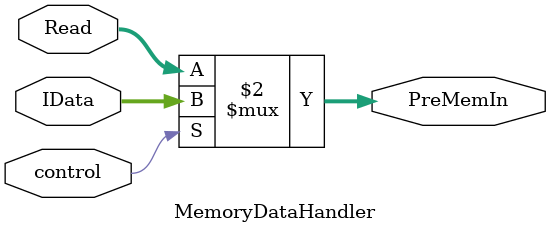
<source format=v>
module MemoryDataHandler(
  IData,
  Read,//Read memory
  PreMemIn,//output
  control//Control Unit
  );

  // input [7:0] DataReadByte3, DataReadByte2, DataReadByte1, DataReadByte0;
  input [31:0] Read;
  input [31:0] IData;
  input control;
  output [31:0] PreMemIn;

  assign PreMemIn = (control==1'b0)? Read : IData;

endmodule

</source>
